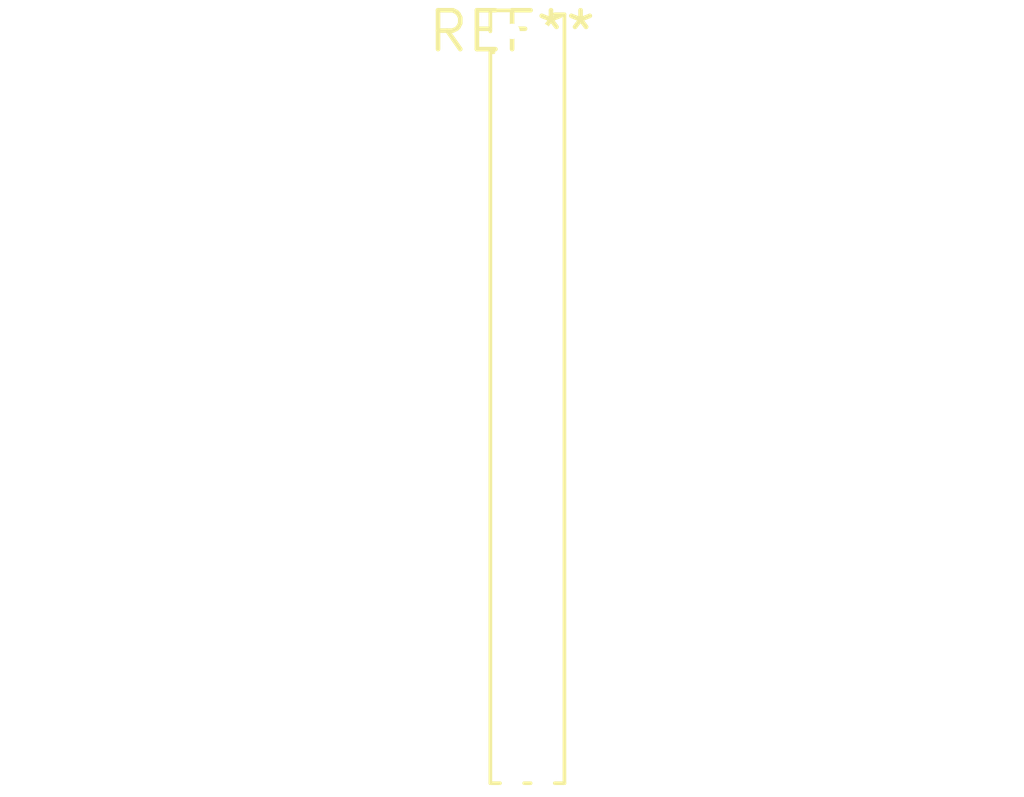
<source format=kicad_pcb>
(kicad_pcb (version 20240108) (generator pcbnew)
  (layers (0 "F.Cu" signal) (31 "B.Cu" signal) (34 "B.Paste" user) (35 "F.Paste" user) (36 "B.SilkS" user "B.Silkscreen") (37 "F.SilkS" user "F.Silkscreen") (38 "B.Mask" user) (39 "F.Mask" user) (44 "Edge.Cuts" user))
  (net 0 "")
  (footprint "PinHeader_2x25_P1.00mm_Vertical" (layer "F.Cu") (at 0 0)
    (property "Reference" "REF**")
    (property "Value" "PinHeader_2x25_P1.00mm_Vertical")
    (fp_line (start -0.71 -0.685) (end 0 -0.685) (layer "F.SilkS") (stroke (width 0.12)))
    (fp_line (start -0.71 0) (end -0.71 -0.685) (layer "F.SilkS") (stroke (width 0.12)))
    (fp_line (start -0.71 0.685) (end -0.71 24.56) (layer "F.SilkS") (stroke (width 0.12)))
    (fp_line (start -0.71 0.685) (end -0.608276 0.685) (layer "F.SilkS") (stroke (width 0.12)))
    (fp_line (start -0.71 24.56) (end -0.394493 24.56) (layer "F.SilkS") (stroke (width 0.12)))
    (fp_line (start 0.394493 24.56) (end 0.605507 24.56) (layer "F.SilkS") (stroke (width 0.12)))
    (fp_line (start 1.394493 -0.56) (end 1.71 -0.56) (layer "F.SilkS") (stroke (width 0.12)))
    (fp_line (start 1.394493 24.56) (end 1.71 24.56) (layer "F.SilkS") (stroke (width 0.12)))
    (fp_line (start 1.71 -0.56) (end 1.71 24.56) (layer "F.SilkS") (stroke (width 0.12)))
    (pad "1" thru_hole rect (at 0 0) (size 0.85 0.85) (drill 0.5) (layers *.Cu *.Mask) (remove_unused_layers))
    (pad "2" thru_hole oval (at 1 0) (size 0.85 0.85) (drill 0.5) (layers *.Cu *.Mask) (remove_unused_layers))
    (pad "3" thru_hole oval (at 0 1) (size 0.85 0.85) (drill 0.5) (layers *.Cu *.Mask) (remove_unused_layers))
    (pad "4" thru_hole oval (at 1 1) (size 0.85 0.85) (drill 0.5) (layers *.Cu *.Mask) (remove_unused_layers))
    (pad "5" thru_hole oval (at 0 2) (size 0.85 0.85) (drill 0.5) (layers *.Cu *.Mask) (remove_unused_layers))
    (pad "6" thru_hole oval (at 1 2) (size 0.85 0.85) (drill 0.5) (layers *.Cu *.Mask) (remove_unused_layers))
    (pad "7" thru_hole oval (at 0 3) (size 0.85 0.85) (drill 0.5) (layers *.Cu *.Mask) (remove_unused_layers))
    (pad "8" thru_hole oval (at 1 3) (size 0.85 0.85) (drill 0.5) (layers *.Cu *.Mask) (remove_unused_layers))
    (pad "9" thru_hole oval (at 0 4) (size 0.85 0.85) (drill 0.5) (layers *.Cu *.Mask) (remove_unused_layers))
    (pad "10" thru_hole oval (at 1 4) (size 0.85 0.85) (drill 0.5) (layers *.Cu *.Mask) (remove_unused_layers))
    (pad "11" thru_hole oval (at 0 5) (size 0.85 0.85) (drill 0.5) (layers *.Cu *.Mask) (remove_unused_layers))
    (pad "12" thru_hole oval (at 1 5) (size 0.85 0.85) (drill 0.5) (layers *.Cu *.Mask) (remove_unused_layers))
    (pad "13" thru_hole oval (at 0 6) (size 0.85 0.85) (drill 0.5) (layers *.Cu *.Mask) (remove_unused_layers))
    (pad "14" thru_hole oval (at 1 6) (size 0.85 0.85) (drill 0.5) (layers *.Cu *.Mask) (remove_unused_layers))
    (pad "15" thru_hole oval (at 0 7) (size 0.85 0.85) (drill 0.5) (layers *.Cu *.Mask) (remove_unused_layers))
    (pad "16" thru_hole oval (at 1 7) (size 0.85 0.85) (drill 0.5) (layers *.Cu *.Mask) (remove_unused_layers))
    (pad "17" thru_hole oval (at 0 8) (size 0.85 0.85) (drill 0.5) (layers *.Cu *.Mask) (remove_unused_layers))
    (pad "18" thru_hole oval (at 1 8) (size 0.85 0.85) (drill 0.5) (layers *.Cu *.Mask) (remove_unused_layers))
    (pad "19" thru_hole oval (at 0 9) (size 0.85 0.85) (drill 0.5) (layers *.Cu *.Mask) (remove_unused_layers))
    (pad "20" thru_hole oval (at 1 9) (size 0.85 0.85) (drill 0.5) (layers *.Cu *.Mask) (remove_unused_layers))
    (pad "21" thru_hole oval (at 0 10) (size 0.85 0.85) (drill 0.5) (layers *.Cu *.Mask) (remove_unused_layers))
    (pad "22" thru_hole oval (at 1 10) (size 0.85 0.85) (drill 0.5) (layers *.Cu *.Mask) (remove_unused_layers))
    (pad "23" thru_hole oval (at 0 11) (size 0.85 0.85) (drill 0.5) (layers *.Cu *.Mask) (remove_unused_layers))
    (pad "24" thru_hole oval (at 1 11) (size 0.85 0.85) (drill 0.5) (layers *.Cu *.Mask) (remove_unused_layers))
    (pad "25" thru_hole oval (at 0 12) (size 0.85 0.85) (drill 0.5) (layers *.Cu *.Mask) (remove_unused_layers))
    (pad "26" thru_hole oval (at 1 12) (size 0.85 0.85) (drill 0.5) (layers *.Cu *.Mask) (remove_unused_layers))
    (pad "27" thru_hole oval (at 0 13) (size 0.85 0.85) (drill 0.5) (layers *.Cu *.Mask) (remove_unused_layers))
    (pad "28" thru_hole oval (at 1 13) (size 0.85 0.85) (drill 0.5) (layers *.Cu *.Mask) (remove_unused_layers))
    (pad "29" thru_hole oval (at 0 14) (size 0.85 0.85) (drill 0.5) (layers *.Cu *.Mask) (remove_unused_layers))
    (pad "30" thru_hole oval (at 1 14) (size 0.85 0.85) (drill 0.5) (layers *.Cu *.Mask) (remove_unused_layers))
    (pad "31" thru_hole oval (at 0 15) (size 0.85 0.85) (drill 0.5) (layers *.Cu *.Mask) (remove_unused_layers))
    (pad "32" thru_hole oval (at 1 15) (size 0.85 0.85) (drill 0.5) (layers *.Cu *.Mask) (remove_unused_layers))
    (pad "33" thru_hole oval (at 0 16) (size 0.85 0.85) (drill 0.5) (layers *.Cu *.Mask) (remove_unused_layers))
    (pad "34" thru_hole oval (at 1 16) (size 0.85 0.85) (drill 0.5) (layers *.Cu *.Mask) (remove_unused_layers))
    (pad "35" thru_hole oval (at 0 17) (size 0.85 0.85) (drill 0.5) (layers *.Cu *.Mask) (remove_unused_layers))
    (pad "36" thru_hole oval (at 1 17) (size 0.85 0.85) (drill 0.5) (layers *.Cu *.Mask) (remove_unused_layers))
    (pad "37" thru_hole oval (at 0 18) (size 0.85 0.85) (drill 0.5) (layers *.Cu *.Mask) (remove_unused_layers))
    (pad "38" thru_hole oval (at 1 18) (size 0.85 0.85) (drill 0.5) (layers *.Cu *.Mask) (remove_unused_layers))
    (pad "39" thru_hole oval (at 0 19) (size 0.85 0.85) (drill 0.5) (layers *.Cu *.Mask) (remove_unused_layers))
    (pad "40" thru_hole oval (at 1 19) (size 0.85 0.85) (drill 0.5) (layers *.Cu *.Mask) (remove_unused_layers))
    (pad "41" thru_hole oval (at 0 20) (size 0.85 0.85) (drill 0.5) (layers *.Cu *.Mask) (remove_unused_layers))
    (pad "42" thru_hole oval (at 1 20) (size 0.85 0.85) (drill 0.5) (layers *.Cu *.Mask) (remove_unused_layers))
    (pad "43" thru_hole oval (at 0 21) (size 0.85 0.85) (drill 0.5) (layers *.Cu *.Mask) (remove_unused_layers))
    (pad "44" thru_hole oval (at 1 21) (size 0.85 0.85) (drill 0.5) (layers *.Cu *.Mask) (remove_unused_layers))
    (pad "45" thru_hole oval (at 0 22) (size 0.85 0.85) (drill 0.5) (layers *.Cu *.Mask) (remove_unused_layers))
    (pad "46" thru_hole oval (at 1 22) (size 0.85 0.85) (drill 0.5) (layers *.Cu *.Mask) (remove_unused_layers))
    (pad "47" thru_hole oval (at 0 23) (size 0.85 0.85) (drill 0.5) (layers *.Cu *.Mask) (remove_unused_layers))
    (pad "48" thru_hole oval (at 1 23) (size 0.85 0.85) (drill 0.5) (layers *.Cu *.Mask) (remove_unused_layers))
    (pad "49" thru_hole oval (at 0 24) (size 0.85 0.85) (drill 0.5) (layers *.Cu *.Mask) (remove_unused_layers))
    (pad "50" thru_hole oval (at 1 24) (size 0.85 0.85) (drill 0.5) (layers *.Cu *.Mask) (remove_unused_layers))
  )
)
</source>
